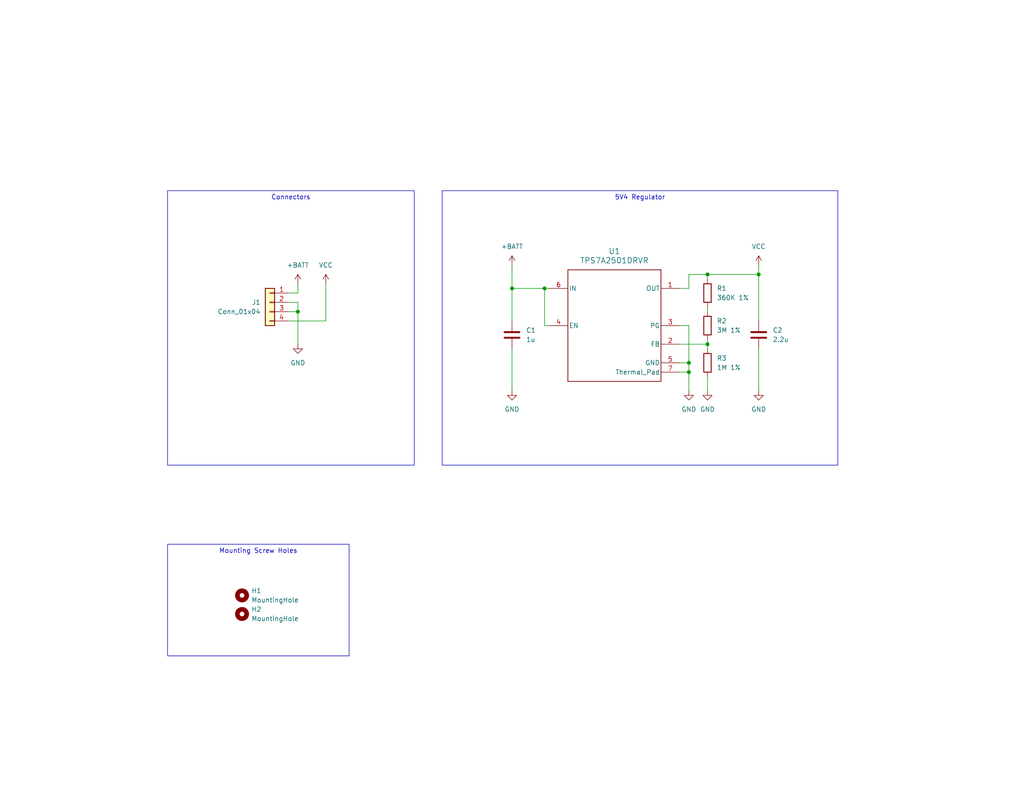
<source format=kicad_sch>
(kicad_sch (version 20230121) (generator eeschema)
  (paper "USLetter")
  (title_block (title "Mercury Battery Replacement") (date "2023-06-08") (rev "1.0") (company "Clough42 LLC") (comment 1 "5.4V DC Regulator") (comment 2 "Low dropout, ultra-low quiescent current"))
  (lib_symbols
    (symbol "Connector_Generic:Conn_01x04" (pin_names (offset 1.016) hide)
      (property "Reference" "J1" (at 2.54 0 0))
      (property "Value" "Conn_01x04" (at 2.54 -2.54 0))
      (symbol "Conn_01x04_1_1"
        (rectangle (start -1.27 -4.953) (end 0 -5.207) (stroke (width 0.1524)))
        (rectangle (start -1.27 -2.413) (end 0 -2.667) (stroke (width 0.1524)))
        (rectangle (start -1.27 0.127) (end 0 -0.127) (stroke (width 0.1524)))
        (rectangle (start -1.27 2.667) (end 0 2.413) (stroke (width 0.1524)))
        (rectangle (start -1.27 3.81) (end 1.27 -6.35) (stroke (width 0.254)) (fill (type background)))
        (pin power_out line (at -5.08 2.54 0) (length 3.81) (name "Pin_1") (number "1"))
        (pin power_out line (at -5.08 0 0) (length 3.81) (name "Pin_2") (number "2"))
        (pin power_in line (at -5.08 -2.54 0) (length 3.81) (name "Pin_3") (number "3"))
        (pin power_in line (at -5.08 -5.08 0) (length 3.81) (name "Pin_4") (number "4"))
      )
    )
    (symbol "Device:C" (pin_numbers hide) (pin_names (offset 0.254))
      (property "Reference" "C" (at 0.635 2.54 0))
      (property "Value" "C" (at 0.635 -2.54 0))
      (symbol "C_0_1"
        (polyline (pts (xy -2.032 -0.762) (xy 2.032 -0.762)) (stroke (width 0.508)))
        (polyline (pts (xy -2.032 0.762) (xy 2.032 0.762)) (stroke (width 0.508)))
      )
      (symbol "C_1_1"
        (pin passive line (at 0 3.81 270) (length 2.794) (name "~") (number "1"))
        (pin passive line (at 0 -3.81 90) (length 2.794) (name "~") (number "2"))
      )
    )
    (symbol "Device:R" (pin_numbers hide) (pin_names (offset 0))
      (property "Reference" "R" (at 2.032 0 90))
      (property "Value" "R" (at 0 0 90))
      (symbol "R_0_1"
        (rectangle (start -1.016 -2.54) (end 1.016 2.54) (stroke (width 0.254)))
      )
      (symbol "R_1_1"
        (pin passive line (at 0 3.81 270) (length 1.27) (name "~") (number "1"))
        (pin passive line (at 0 -3.81 90) (length 1.27) (name "~") (number "2"))
      )
    )
    (symbol "Mechanical:MountingHole" (pin_names (offset 1.016))
      (property "Reference" "H" (at 0 5.08 0))
      (property "Value" "MountingHole" (at 0 3.175 0))
      (symbol "MountingHole_0_1"
        (circle (center 0 0) (radius 1.27) (stroke (width 1.27)))
      )
    )
    (symbol "TPS7A2501:TPS7A2501DRVR" (pin_names (offset 0.254))
      (property "Reference" "U1" (at 17.78 10.16 0))
      (property "Value" "TPS7A2501DRVR" (at 17.78 7.62 0))
      (symbol "TPS7A2501DRVR_0_1"
        (polyline (pts (xy 5.08 -25.4) (xy 30.48 -25.4)) (stroke (width 0.2032)))
        (polyline (pts (xy 5.08 5.08) (xy 5.08 -25.4)) (stroke (width 0.2032)))
        (polyline (pts (xy 30.48 -25.4) (xy 30.48 5.08)) (stroke (width 0.2032)))
        (polyline (pts (xy 30.48 5.08) (xy 5.08 5.08)) (stroke (width 0.2032)))
        (pin open_collector line (at 35.56 -10.16 180) (length 5.08) (name "PG") (number "3"))
        (pin input line (at 0 -10.16 0) (length 5.08) (name "EN") (number "4"))
        (pin power_in line (at 35.56 -20.32 180) (length 5.08) (name "GND") (number "5"))
        (pin power_in line (at 0 0 0) (length 5.08) (name "IN") (number "6"))
        (pin power_in line (at 35.56 -22.86 180) (length 5.08) (name "Thermal_Pad") (number "7"))
      )
      (symbol "TPS7A2501DRVR_1_1"
        (pin power_out line (at 35.56 0 180) (length 5.08) (name "OUT") (number "1"))
        (pin input line (at 35.56 -15.24 180) (length 5.08) (name "FB") (number "2"))
      )
    )
    (symbol "power:+BATT" (power) (pin_names (offset 0))
      (property "Value" "+BATT" (at 0 3.556 0))
      (symbol "+BATT_0_1"
        (polyline (pts (xy -0.762 1.27) (xy 0 2.54)))
        (polyline (pts (xy 0 0) (xy 0 2.54)))
        (polyline (pts (xy 0 2.54) (xy 0.762 1.27)))
      )
      (symbol "+BATT_1_1"
        (pin power_in line (at 0 0 90) (length 0) hide (name "+BATT") (number "1"))
      )
    )
    (symbol "power:GND" (power) (pin_names (offset 0))
      (property "Value" "GND" (at 0 -3.81 0))
      (symbol "GND_0_1"
        (polyline (pts (xy 0 0) (xy 0 -1.27) (xy 1.27 -1.27) (xy 0 -2.54) (xy -1.27 -1.27) (xy 0 -1.27)))
      )
      (symbol "GND_1_1"
        (pin power_in line (at 0 0 270) (length 0) hide (name "GND") (number "1"))
      )
    )
    (symbol "power:VCC" (power) (pin_names (offset 0))
      (property "Value" "VCC" (at 0 3.81 0))
      (symbol "VCC_0_1"
        (polyline (pts (xy -0.762 1.27) (xy 0 2.54)))
        (polyline (pts (xy 0 0) (xy 0 2.54)))
        (polyline (pts (xy 0 2.54) (xy 0.762 1.27)))
      )
      (symbol "VCC_1_1"
        (pin power_in line (at 0 0 90) (length 0) hide (name "VCC") (number "1"))
      )
    )
  )
  (junction (at 193.04 74.93))
  (junction (at 148.59 78.74))
  (junction (at 81.28 85.09))
  (junction (at 187.96 99.06))
  (junction (at 187.96 101.6))
  (junction (at 193.04 93.98))
  (junction (at 139.7 78.74))
  (junction (at 207.01 74.93))
  (wire (pts (xy 185.42 101.6) (xy 187.96 101.6)))
  (wire (pts (xy 193.04 102.87) (xy 193.04 106.68)))
  (wire (pts (xy 148.59 88.9) (xy 148.59 78.74)))
  (wire (pts (xy 187.96 88.9) (xy 187.96 99.06)))
  (wire (pts (xy 139.7 78.74) (xy 139.7 87.63)))
  (wire (pts (xy 81.28 85.09) (xy 81.28 93.98)))
  (wire (pts (xy 185.42 99.06) (xy 187.96 99.06)))
  (wire (pts (xy 139.7 78.74) (xy 148.59 78.74)))
  (wire (pts (xy 148.59 78.74) (xy 149.86 78.74)))
  (wire (pts (xy 78.74 85.09) (xy 81.28 85.09)))
  (wire (pts (xy 193.04 74.93) (xy 193.04 76.2)))
  (wire (pts (xy 187.96 74.93) (xy 187.96 78.74)))
  (wire (pts (xy 88.9 87.63) (xy 88.9 77.47)))
  (wire (pts (xy 207.01 74.93) (xy 207.01 72.39)))
  (wire (pts (xy 149.86 88.9) (xy 148.59 88.9)))
  (wire (pts (xy 187.96 78.74) (xy 185.42 78.74)))
  (wire (pts (xy 78.74 80.01) (xy 81.28 80.01)))
  (wire (pts (xy 78.74 82.55) (xy 81.28 82.55)))
  (wire (pts (xy 139.7 95.25) (xy 139.7 106.68)))
  (wire (pts (xy 187.96 99.06) (xy 187.96 101.6)))
  (wire (pts (xy 193.04 83.82) (xy 193.04 85.09)))
  (wire (pts (xy 193.04 92.71) (xy 193.04 93.98)))
  (wire (pts (xy 187.96 74.93) (xy 193.04 74.93)))
  (wire (pts (xy 81.28 80.01) (xy 81.28 77.47)))
  (wire (pts (xy 193.04 95.25) (xy 193.04 93.98)))
  (wire (pts (xy 187.96 101.6) (xy 187.96 106.68)))
  (wire (pts (xy 193.04 74.93) (xy 207.01 74.93)))
  (wire (pts (xy 185.42 88.9) (xy 187.96 88.9)))
  (wire (pts (xy 139.7 72.39) (xy 139.7 78.74)))
  (wire (pts (xy 207.01 74.93) (xy 207.01 87.63)))
  (wire (pts (xy 81.28 82.55) (xy 81.28 85.09)))
  (wire (pts (xy 207.01 95.25) (xy 207.01 106.68)))
  (wire (pts (xy 78.74 87.63) (xy 88.9 87.63)))
  (wire (pts (xy 185.42 93.98) (xy 193.04 93.98)))
  (text_box "5V4 Regulator" (at 120.65 52.07 0) (size 107.95 74.93) (effects (font (size 1.27 1.27)) (justify top)))
  (text_box "Mounting Screw Holes" (at 45.72 148.59 0) (size 49.53 30.48) (effects (font (size 1.27 1.27)) (justify top)))
  (text_box "Connectors" (at 45.72 52.07 0) (size 67.31 74.93) (effects (font (size 1.27 1.27)) (justify top)))
  (symbol (lib_id "Device:R") (at 193.04 88.9 0) (unit 1)
    (property "Reference" "R2" (at 195.58 87.63 0) (effects (justify left)))
    (property "Value" "3M 1%" (at 195.58 90.17 0) (effects (justify left)))
    (property "Footprint" "Resistor_SMD:R_0603_1608Metric" (effects hide))
    (property "LCSC Part #" "C269653" (effects hide))
  )
  (symbol (lib_id "power:+BATT") (at 139.7 72.39 0) (unit 1)
    (property "Reference" "#PWR03" (effects hide))
    (property "Value" "+BATT" (at 139.7 67.31 0))
  )
  (symbol (lib_id "power:GND") (at 207.01 106.68 0) (unit 1)
    (property "Reference" "#PWR08" (effects hide))
    (property "Value" "GND" (at 207.01 111.76 0))
  )
  (symbol (lib_id "Connector_Generic:Conn_01x04") (at 73.66 82.55 0) (mirror y) (unit 1)
    (property "Reference" "J1" (at 71.12 82.55 0) (effects (justify left)))
    (property "Value" "Conn_01x04" (at 71.12 85.09 0) (effects (justify left)))
    (property "Footprint" "Connector_PinHeader_2.54mm:PinHeader_1x04_P2.54mm_Vertical" (effects hide))
  )
  (symbol (lib_id "power:GND") (at 193.04 106.68 0) (unit 1)
    (property "Reference" "#PWR07" (effects hide))
    (property "Value" "GND" (at 193.04 111.76 0))
  )
  (symbol (lib_id "Device:C") (at 207.01 91.44 0) (unit 1)
    (property "Reference" "C2" (at 210.82 90.17 0) (effects (justify left)))
    (property "Value" "2.2u" (at 210.82 92.71 0) (effects (justify left)))
    (property "Footprint" "Capacitor_SMD:C_0805_2012Metric" (effects hide))
    (property "LCSC Part #" "C49217" (effects hide))
  )
  (symbol (lib_id "Device:R") (at 193.04 80.01 0) (unit 1)
    (property "Reference" "R1" (at 195.58 78.74 0) (effects (justify left)))
    (property "Value" "360K 1%" (at 195.58 81.28 0) (effects (justify left)))
    (property "Footprint" "Resistor_SMD:R_0603_1608Metric" (effects hide))
    (property "LCSC Part #" "C352328" (effects hide))
  )
  (symbol (lib_id "power:+BATT") (at 81.28 77.47 0) (unit 1)
    (property "Reference" "#PWR02" (effects hide))
    (property "Value" "+BATT" (at 81.28 72.39 0))
  )
  (symbol (lib_id "TPS7A2501:TPS7A2501DRVR") (at 149.86 78.74 0) (unit 1)
    (property "Reference" "U1" (at 167.64 68.58 0) (effects (font (size 1.524 1.524))))
    (property "Value" "TPS7A2501DRVR" (at 167.64 71.12 0) (effects (font (size 1.524 1.524))))
    (property "Footprint" "TPS7A2501:DRV0006A-IPC_C" (effects hide))
    (property "Datasheet" "TPS7A2501DRVR" (effects hide))
    (property "LCSC Part #" "C2864326" (effects hide))
  )
  (symbol (lib_id "Mechanical:MountingHole") (at 66.04 167.64 0) (unit 1)
    (property "Reference" "H2" (at 68.58 166.37 0) (effects (justify left)))
    (property "Value" "MountingHole" (at 68.58 168.91 0) (effects (justify left)))
    (property "Footprint" "MountingHole:MountingHole_3.5mm" (effects hide))
  )
  (symbol (lib_id "power:GND") (at 187.96 106.68 0) (unit 1)
    (property "Reference" "#PWR04" (effects hide))
    (property "Value" "GND" (at 187.96 111.76 0))
  )
  (symbol (lib_id "Device:R") (at 193.04 99.06 0) (unit 1)
    (property "Reference" "R3" (at 195.58 97.79 0) (effects (justify left)))
    (property "Value" "1M 1%" (at 195.58 100.33 0) (effects (justify left)))
    (property "Footprint" "Resistor_SMD:R_0603_1608Metric" (effects hide))
    (property "LCSC Part #" "C3016422" (effects hide))
  )
  (symbol (lib_id "power:VCC") (at 207.01 72.39 0) (unit 1)
    (property "Reference" "#PWR05" (effects hide))
    (property "Value" "VCC" (at 207.01 67.31 0))
  )
  (symbol (lib_id "power:GND") (at 139.7 106.68 0) (unit 1)
    (property "Reference" "#PWR09" (effects hide))
    (property "Value" "GND" (at 139.7 111.76 0))
  )
  (symbol (lib_id "power:VCC") (at 88.9 77.47 0) (unit 1)
    (property "Reference" "#PWR06" (effects hide))
    (property "Value" "VCC" (at 88.9 72.39 0))
  )
  (symbol (lib_id "Mechanical:MountingHole") (at 66.04 162.56 0) (unit 1)
    (property "Reference" "H1" (at 68.58 161.29 0) (effects (justify left)))
    (property "Value" "MountingHole" (at 68.58 163.83 0) (effects (justify left)))
    (property "Footprint" "MountingHole:MountingHole_3.5mm" (effects hide))
  )
  (symbol (lib_id "Device:C") (at 139.7 91.44 0) (unit 1)
    (property "Reference" "C1" (at 143.51 90.17 0) (effects (justify left)))
    (property "Value" "1u" (at 143.51 92.71 0) (effects (justify left)))
    (property "Footprint" "Capacitor_SMD:C_0805_2012Metric" (effects hide))
    (property "LCSC Part #" "C28323" (effects hide))
  )
  (symbol (lib_id "power:GND") (at 81.28 93.98 0) (unit 1)
    (property "Reference" "#PWR01" (effects hide))
    (property "Value" "GND" (at 81.28 99.06 0))
  )
)
</source>
